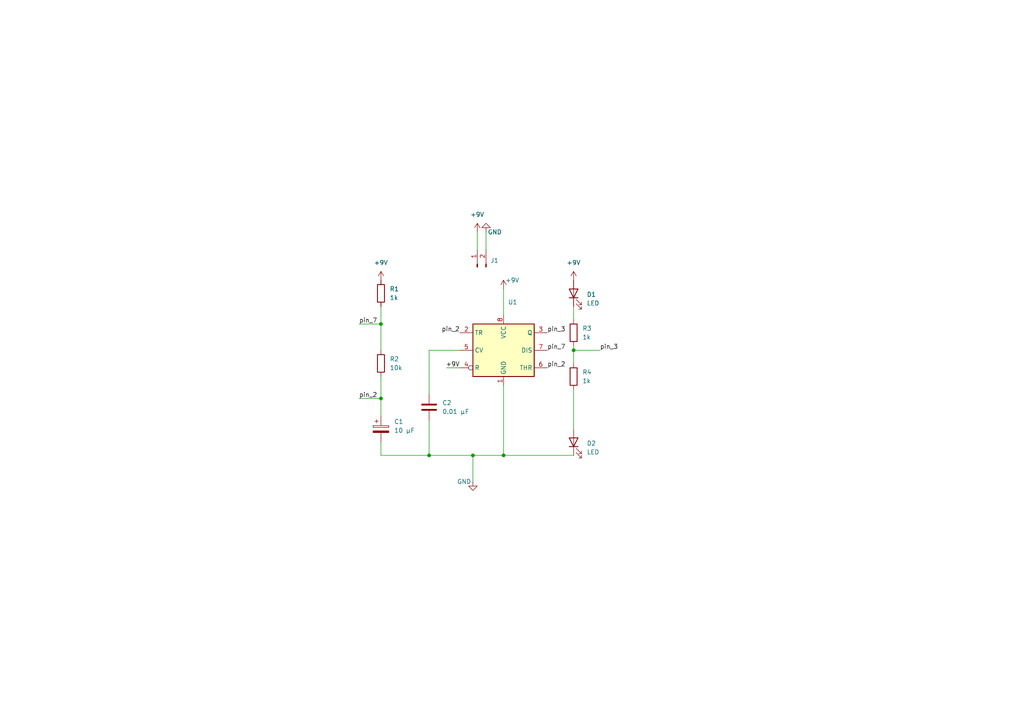
<source format=kicad_sch>
(kicad_sch (version 20211123) (generator eeschema)
  (paper "A4")
  (lib_symbols
    (symbol "Connector:Conn_01x02_Male" (pin_names (offset 1.016) hide)
      (property "Reference" "J" (at 0 2.54 0))
      (property "Value" "Conn_01x02_Male" (at 0 -5.08 0))
      (symbol "Conn_01x02_Male_1_1"
        (polyline (pts (xy 1.27 -2.54) (xy 0.8636 -2.54)) (stroke (width 0.1524)))
        (polyline (pts (xy 1.27 0) (xy 0.8636 0)) (stroke (width 0.1524)))
        (rectangle (start 0.8636 -2.413) (end 0 -2.667) (stroke (width 0.1524)) (fill (type outline)))
        (rectangle (start 0.8636 0.127) (end 0 -0.127) (stroke (width 0.1524)) (fill (type outline)))
        (pin passive line (at 5.08 0 180) (length 3.81) (name "Pin_1") (number "1"))
        (pin passive line (at 5.08 -2.54 180) (length 3.81) (name "Pin_2") (number "2"))
      )
    )
    (symbol "Device:C" (pin_numbers hide) (pin_names (offset 0.254))
      (property "Reference" "C" (at 0.635 2.54 0))
      (property "Value" "C" (at 0.635 -2.54 0))
      (symbol "C_0_1"
        (polyline (pts (xy -2.032 -0.762) (xy 2.032 -0.762)) (stroke (width 0.508)))
        (polyline (pts (xy -2.032 0.762) (xy 2.032 0.762)) (stroke (width 0.508)))
      )
      (symbol "C_1_1"
        (pin passive line (at 0 3.81 270) (length 2.794) (name "~") (number "1"))
        (pin passive line (at 0 -3.81 90) (length 2.794) (name "~") (number "2"))
      )
    )
    (symbol "Device:C_Polarized" (pin_numbers hide) (pin_names (offset 0.254))
      (property "Reference" "C" (at 0.635 2.54 0))
      (property "Value" "C_Polarized" (at 0.635 -2.54 0))
      (symbol "C_Polarized_0_1"
        (rectangle (start -2.286 0.508) (end 2.286 1.016))
        (polyline (pts (xy -1.778 2.286) (xy -0.762 2.286)))
        (polyline (pts (xy -1.27 2.794) (xy -1.27 1.778)))
        (rectangle (start 2.286 -0.508) (end -2.286 -1.016) (fill (type outline)))
      )
      (symbol "C_Polarized_1_1"
        (pin passive line (at 0 3.81 270) (length 2.794) (name "~") (number "1"))
        (pin passive line (at 0 -3.81 90) (length 2.794) (name "~") (number "2"))
      )
    )
    (symbol "Device:LED" (pin_numbers hide) (pin_names (offset 1.016) hide)
      (property "Reference" "D" (at 0 2.54 0))
      (property "Value" "LED" (at 0 -2.54 0))
      (symbol "LED_0_1"
        (polyline (pts (xy -1.27 -1.27) (xy -1.27 1.27)) (stroke (width 0.254)))
        (polyline (pts (xy -1.27 0) (xy 1.27 0)))
        (polyline (pts (xy 1.27 -1.27) (xy 1.27 1.27) (xy -1.27 0) (xy 1.27 -1.27)) (stroke (width 0.254)))
        (polyline (pts (xy -3.048 -0.762) (xy -4.572 -2.286) (xy -3.81 -2.286) (xy -4.572 -2.286) (xy -4.572 -1.524)))
        (polyline (pts (xy -1.778 -0.762) (xy -3.302 -2.286) (xy -2.54 -2.286) (xy -3.302 -2.286) (xy -3.302 -1.524)))
      )
      (symbol "LED_1_1"
        (pin passive line (at -3.81 0 0) (length 2.54) (name "K") (number "1"))
        (pin passive line (at 3.81 0 180) (length 2.54) (name "A") (number "2"))
      )
    )
    (symbol "Device:R" (pin_numbers hide) (pin_names (offset 0))
      (property "Reference" "R" (at 2.032 0 90))
      (property "Value" "R" (at 0 0 90))
      (symbol "R_0_1"
        (rectangle (start -1.016 -2.54) (end 1.016 2.54) (stroke (width 0.254)))
      )
      (symbol "R_1_1"
        (pin passive line (at 0 3.81 270) (length 1.27) (name "~") (number "1"))
        (pin passive line (at 0 -3.81 90) (length 1.27) (name "~") (number "2"))
      )
    )
    (symbol "Timer:NE555D"
      (property "Reference" "U" (at -10.16 8.89 0))
      (property "Value" "NE555D" (at 2.54 8.89 0))
      (symbol "NE555D_0_0"
        (pin power_in line (at 0 -10.16 90) (length 2.54) (name "GND") (number "1"))
        (pin power_in line (at 0 10.16 270) (length 2.54) (name "VCC") (number "8"))
      )
      (symbol "NE555D_0_1"
        (rectangle (start -8.89 -7.62) (end 8.89 7.62) (stroke (width 0.254)) (fill (type background)))
        (rectangle (start -8.89 -7.62) (end 8.89 7.62) (stroke (width 0.254)) (fill (type background)))
      )
      (symbol "NE555D_1_1"
        (pin input line (at -12.7 5.08 0) (length 3.81) (name "TR") (number "2"))
        (pin output line (at 12.7 5.08 180) (length 3.81) (name "Q") (number "3"))
        (pin input inverted (at -12.7 -5.08 0) (length 3.81) (name "R") (number "4"))
        (pin input line (at -12.7 0 0) (length 3.81) (name "CV") (number "5"))
        (pin input line (at 12.7 -5.08 180) (length 3.81) (name "THR") (number "6"))
        (pin input line (at 12.7 0 180) (length 3.81) (name "DIS") (number "7"))
      )
    )
    (symbol "power:+9V" (power) (pin_names (offset 0))
      (property "Value" "+9V" (at 0 3.556 0))
      (symbol "+9V_0_1"
        (polyline (pts (xy -0.762 1.27) (xy 0 2.54)))
        (polyline (pts (xy 0 0) (xy 0 2.54)))
        (polyline (pts (xy 0 2.54) (xy 0.762 1.27)))
      )
      (symbol "+9V_1_1"
        (pin power_in line (at 0 0 90) (length 0) hide (name "+9V") (number "1"))
      )
    )
    (symbol "power:GND" (power) (pin_names (offset 0))
      (property "Value" "GND" (at 0 -3.81 0))
      (symbol "GND_0_1"
        (polyline (pts (xy 0 0) (xy 0 -1.27) (xy 1.27 -1.27) (xy 0 -2.54) (xy -1.27 -1.27) (xy 0 -1.27)))
      )
      (symbol "GND_1_1"
        (pin power_in line (at 0 0 270) (length 0) hide (name "GND") (number "1"))
      )
    )
  )
  (junction (at 110.49 93.98))
  (junction (at 146.05 132.08))
  (junction (at 166.37 101.6))
  (junction (at 124.46 132.08))
  (junction (at 110.49 115.57))
  (junction (at 137.16 132.08))
  (wire (pts (xy 166.37 88.9) (xy 166.37 92.71)))
  (wire (pts (xy 146.05 111.76) (xy 146.05 132.08)))
  (wire (pts (xy 110.49 93.98) (xy 110.49 101.6)))
  (wire (pts (xy 124.46 121.92) (xy 124.46 132.08)))
  (wire (pts (xy 166.37 100.33) (xy 166.37 101.6)))
  (wire (pts (xy 140.97 67.31) (xy 140.97 72.39)))
  (wire (pts (xy 166.37 113.03) (xy 166.37 124.46)))
  (wire (pts (xy 129.54 106.68) (xy 133.35 106.68)))
  (wire (pts (xy 104.14 93.98) (xy 110.49 93.98)))
  (wire (pts (xy 166.37 101.6) (xy 173.99 101.6)))
  (wire (pts (xy 110.49 132.08) (xy 124.46 132.08)))
  (wire (pts (xy 146.05 83.82) (xy 146.05 91.44)))
  (wire (pts (xy 138.43 67.31) (xy 138.43 72.39)))
  (wire (pts (xy 110.49 88.9) (xy 110.49 93.98)))
  (wire (pts (xy 146.05 132.08) (xy 166.37 132.08)))
  (wire (pts (xy 133.35 101.6) (xy 124.46 101.6)))
  (wire (pts (xy 110.49 115.57) (xy 110.49 120.65)))
  (wire (pts (xy 110.49 109.22) (xy 110.49 115.57)))
  (wire (pts (xy 137.16 132.08) (xy 146.05 132.08)))
  (wire (pts (xy 104.14 115.57) (xy 110.49 115.57)))
  (wire (pts (xy 137.16 139.7) (xy 137.16 132.08)))
  (wire (pts (xy 124.46 132.08) (xy 137.16 132.08)))
  (wire (pts (xy 124.46 101.6) (xy 124.46 114.3)))
  (wire (pts (xy 110.49 128.27) (xy 110.49 132.08)))
  (wire (pts (xy 166.37 101.6) (xy 166.37 105.41)))
  (label "pin_2" (at 133.35 96.52 180))
  (label "pin_2" (at 158.75 106.68 0))
  (label "pin_7" (at 158.75 101.6 0))
  (label "pin_7" (at 104.14 93.98 0))
  (label "pin_3" (at 173.99 101.6 0))
  (label "+9V" (at 133.35 106.68 180))
  (label "pin_2" (at 104.14 115.57 0))
  (label "pin_3" (at 158.75 96.52 0))
  (symbol (lib_id "Device:R") (at 110.49 85.09 0) (unit 1)
    (property "Reference" "R1" (at 113.03 83.8199 0) (effects (justify left)))
    (property "Value" "1k" (at 113.03 86.3599 0) (effects (justify left)))
  )
  (symbol (lib_id "Timer:NE555D") (at 146.05 101.6 0) (unit 1)
    (property "Reference" "U1" (at 147.32 87.63 0) (effects (justify left)))
    (property "Value" " " (effects hide))
    (property "Footprint" "Package_SO:SOIC-8_3.9x4.9mm_P1.27mm" (effects hide))
    (property "Datasheet" "http://www.ti.com/lit/ds/symlink/ne555.pdf" (effects hide))
  )
  (symbol (lib_id "power:GND") (at 137.16 139.7 0) (unit 1)
    (property "Reference" "#PWR06" (effects hide))
    (property "Value" "GND" (at 134.62 139.7 0))
  )
  (symbol (lib_id "Device:R") (at 166.37 96.52 0) (unit 1)
    (property "Reference" "R3" (at 168.91 95.2499 0) (effects (justify left)))
    (property "Value" "1k" (at 168.91 97.7899 0) (effects (justify left)))
  )
  (symbol (lib_id "Device:C_Polarized") (at 110.49 124.46 0) (unit 1)
    (property "Reference" "C1" (at 114.3 122.3009 0) (effects (justify left)))
    (property "Value" "10 µF" (at 114.3 124.8409 0) (effects (justify left)))
  )
  (symbol (lib_id "Device:C") (at 124.46 118.11 0) (unit 1)
    (property "Reference" "C2" (at 128.27 116.8399 0) (effects (justify left)))
    (property "Value" "0.01 µF" (at 128.27 119.3799 0) (effects (justify left)))
  )
  (symbol (lib_id "power:+9V") (at 166.37 81.28 0) (unit 1)
    (property "Reference" "#PWR04" (effects hide))
    (property "Value" "+9V" (at 166.37 76.2 0))
  )
  (symbol (lib_id "Connector:Conn_01x02_Male") (at 138.43 77.47 90) (unit 1)
    (property "Reference" "J1" (at 142.24 75.5649 90) (effects (justify right)))
    (property "Value" "Conn_01x02_Male" (effects hide))
  )
  (symbol (lib_id "Device:R") (at 110.49 105.41 0) (unit 1)
    (property "Reference" "R2" (at 113.03 104.1399 0) (effects (justify left)))
    (property "Value" "10k" (at 113.03 106.6799 0) (effects (justify left)))
  )
  (symbol (lib_id "power:+9V") (at 110.49 81.28 0) (unit 1)
    (property "Reference" "#PWR03" (effects hide))
    (property "Value" "+9V" (at 110.49 76.2 0))
  )
  (symbol (lib_id "Device:LED") (at 166.37 128.27 90) (unit 1)
    (property "Reference" "D2" (at 170.18 128.5874 90) (effects (justify right)))
    (property "Value" "LED" (at 170.18 131.1274 90) (effects (justify right)))
  )
  (symbol (lib_id "power:GND") (at 140.97 67.31 180) (unit 1)
    (property "Reference" "#PWR02" (effects hide))
    (property "Value" "GND" (at 143.51 67.31 0))
  )
  (symbol (lib_id "Device:R") (at 166.37 109.22 0) (unit 1)
    (property "Reference" "R4" (at 168.91 107.9499 0) (effects (justify left)))
    (property "Value" "1k" (at 168.91 110.4899 0) (effects (justify left)))
  )
  (symbol (lib_id "power:+9V") (at 146.05 83.82 0) (unit 1)
    (property "Reference" "#PWR05" (effects hide))
    (property "Value" "+9V" (at 148.59 81.28 0))
  )
  (symbol (lib_id "power:+9V") (at 138.43 67.31 0) (unit 1)
    (property "Reference" "#PWR01" (effects hide))
    (property "Value" "+9V" (at 138.43 62.23 0))
  )
  (symbol (lib_id "Device:LED") (at 166.37 85.09 90) (unit 1)
    (property "Reference" "D1" (at 170.18 85.4074 90) (effects (justify right)))
    (property "Value" "LED" (at 170.18 87.9474 90) (effects (justify right)))
  )
)
</source>
